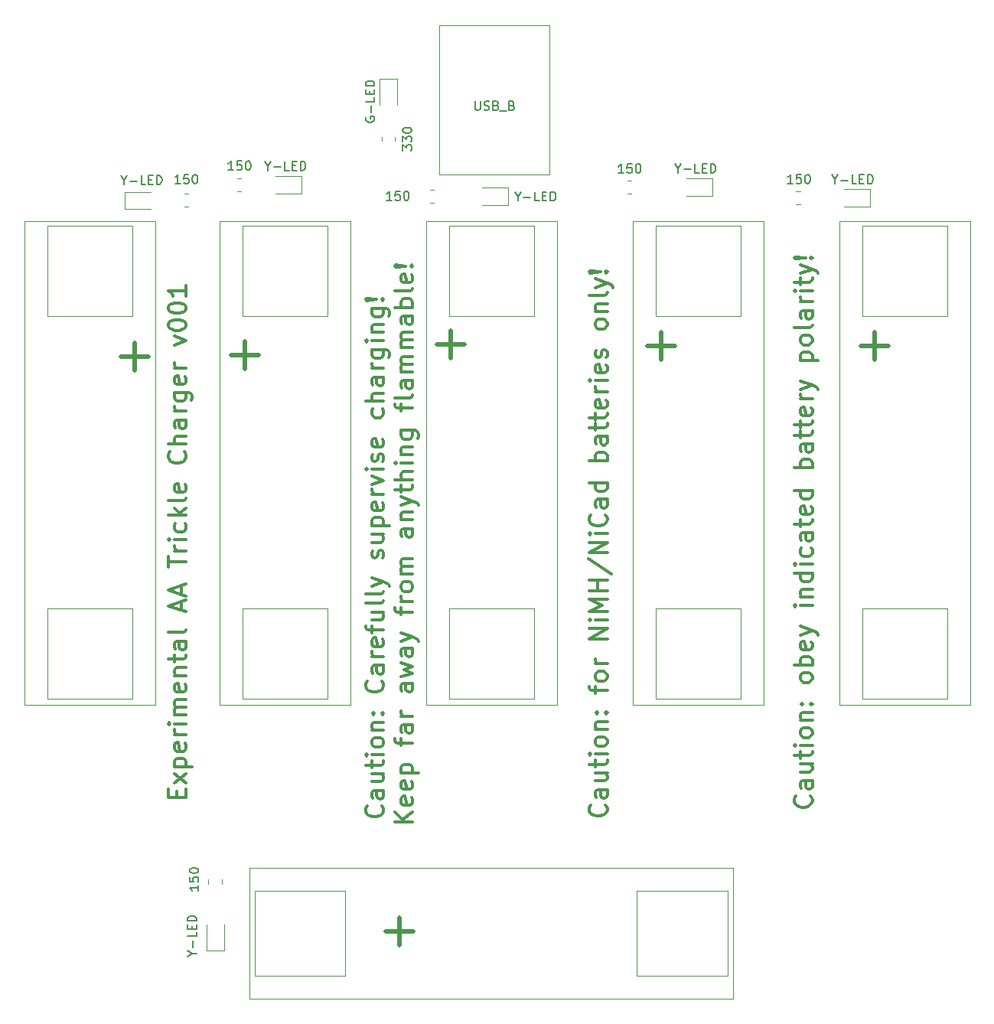
<source format=gbr>
%TF.GenerationSoftware,KiCad,Pcbnew,6.0.6-3a73a75311~116~ubuntu20.04.1*%
%TF.CreationDate,2022-06-26T16:51:51-05:00*%
%TF.ProjectId,BigClive_AA_Battery_Trickle_Charger_v000,42696743-6c69-4766-955f-41415f426174,rev?*%
%TF.SameCoordinates,Original*%
%TF.FileFunction,Legend,Top*%
%TF.FilePolarity,Positive*%
%FSLAX46Y46*%
G04 Gerber Fmt 4.6, Leading zero omitted, Abs format (unit mm)*
G04 Created by KiCad (PCBNEW 6.0.6-3a73a75311~116~ubuntu20.04.1) date 2022-06-26 16:51:51*
%MOMM*%
%LPD*%
G01*
G04 APERTURE LIST*
%ADD10C,0.500000*%
%ADD11C,0.300000*%
%ADD12C,0.150000*%
%ADD13C,0.120000*%
G04 APERTURE END LIST*
D10*
X160326190Y-67905714D02*
X163373809Y-67905714D01*
X161850000Y-69429523D02*
X161850000Y-66381904D01*
X137576190Y-69065714D02*
X140623809Y-69065714D01*
X139100000Y-70589523D02*
X139100000Y-67541904D01*
X207284190Y-68087714D02*
X210331809Y-68087714D01*
X208808000Y-69611523D02*
X208808000Y-66563904D01*
X125366190Y-69295714D02*
X128413809Y-69295714D01*
X126890000Y-70819523D02*
X126890000Y-67771904D01*
D11*
X201694285Y-117860476D02*
X201789523Y-117955714D01*
X201884761Y-118241428D01*
X201884761Y-118431904D01*
X201789523Y-118717619D01*
X201599047Y-118908095D01*
X201408571Y-119003333D01*
X201027619Y-119098571D01*
X200741904Y-119098571D01*
X200360952Y-119003333D01*
X200170476Y-118908095D01*
X199980000Y-118717619D01*
X199884761Y-118431904D01*
X199884761Y-118241428D01*
X199980000Y-117955714D01*
X200075238Y-117860476D01*
X201884761Y-116146190D02*
X200837142Y-116146190D01*
X200646666Y-116241428D01*
X200551428Y-116431904D01*
X200551428Y-116812857D01*
X200646666Y-117003333D01*
X201789523Y-116146190D02*
X201884761Y-116336666D01*
X201884761Y-116812857D01*
X201789523Y-117003333D01*
X201599047Y-117098571D01*
X201408571Y-117098571D01*
X201218095Y-117003333D01*
X201122857Y-116812857D01*
X201122857Y-116336666D01*
X201027619Y-116146190D01*
X200551428Y-114336666D02*
X201884761Y-114336666D01*
X200551428Y-115193809D02*
X201599047Y-115193809D01*
X201789523Y-115098571D01*
X201884761Y-114908095D01*
X201884761Y-114622380D01*
X201789523Y-114431904D01*
X201694285Y-114336666D01*
X200551428Y-113670000D02*
X200551428Y-112908095D01*
X199884761Y-113384285D02*
X201599047Y-113384285D01*
X201789523Y-113289047D01*
X201884761Y-113098571D01*
X201884761Y-112908095D01*
X201884761Y-112241428D02*
X200551428Y-112241428D01*
X199884761Y-112241428D02*
X199980000Y-112336666D01*
X200075238Y-112241428D01*
X199980000Y-112146190D01*
X199884761Y-112241428D01*
X200075238Y-112241428D01*
X201884761Y-111003333D02*
X201789523Y-111193809D01*
X201694285Y-111289047D01*
X201503809Y-111384285D01*
X200932380Y-111384285D01*
X200741904Y-111289047D01*
X200646666Y-111193809D01*
X200551428Y-111003333D01*
X200551428Y-110717619D01*
X200646666Y-110527142D01*
X200741904Y-110431904D01*
X200932380Y-110336666D01*
X201503809Y-110336666D01*
X201694285Y-110431904D01*
X201789523Y-110527142D01*
X201884761Y-110717619D01*
X201884761Y-111003333D01*
X200551428Y-109479523D02*
X201884761Y-109479523D01*
X200741904Y-109479523D02*
X200646666Y-109384285D01*
X200551428Y-109193809D01*
X200551428Y-108908095D01*
X200646666Y-108717619D01*
X200837142Y-108622380D01*
X201884761Y-108622380D01*
X201694285Y-107670000D02*
X201789523Y-107574761D01*
X201884761Y-107670000D01*
X201789523Y-107765238D01*
X201694285Y-107670000D01*
X201884761Y-107670000D01*
X200646666Y-107670000D02*
X200741904Y-107574761D01*
X200837142Y-107670000D01*
X200741904Y-107765238D01*
X200646666Y-107670000D01*
X200837142Y-107670000D01*
X201884761Y-104908095D02*
X201789523Y-105098571D01*
X201694285Y-105193809D01*
X201503809Y-105289047D01*
X200932380Y-105289047D01*
X200741904Y-105193809D01*
X200646666Y-105098571D01*
X200551428Y-104908095D01*
X200551428Y-104622380D01*
X200646666Y-104431904D01*
X200741904Y-104336666D01*
X200932380Y-104241428D01*
X201503809Y-104241428D01*
X201694285Y-104336666D01*
X201789523Y-104431904D01*
X201884761Y-104622380D01*
X201884761Y-104908095D01*
X201884761Y-103384285D02*
X199884761Y-103384285D01*
X200646666Y-103384285D02*
X200551428Y-103193809D01*
X200551428Y-102812857D01*
X200646666Y-102622380D01*
X200741904Y-102527142D01*
X200932380Y-102431904D01*
X201503809Y-102431904D01*
X201694285Y-102527142D01*
X201789523Y-102622380D01*
X201884761Y-102812857D01*
X201884761Y-103193809D01*
X201789523Y-103384285D01*
X201789523Y-100812857D02*
X201884761Y-101003333D01*
X201884761Y-101384285D01*
X201789523Y-101574761D01*
X201599047Y-101670000D01*
X200837142Y-101670000D01*
X200646666Y-101574761D01*
X200551428Y-101384285D01*
X200551428Y-101003333D01*
X200646666Y-100812857D01*
X200837142Y-100717619D01*
X201027619Y-100717619D01*
X201218095Y-101670000D01*
X200551428Y-100050952D02*
X201884761Y-99574761D01*
X200551428Y-99098571D02*
X201884761Y-99574761D01*
X202360952Y-99765238D01*
X202456190Y-99860476D01*
X202551428Y-100050952D01*
X201884761Y-96812857D02*
X200551428Y-96812857D01*
X199884761Y-96812857D02*
X199980000Y-96908095D01*
X200075238Y-96812857D01*
X199980000Y-96717619D01*
X199884761Y-96812857D01*
X200075238Y-96812857D01*
X200551428Y-95860476D02*
X201884761Y-95860476D01*
X200741904Y-95860476D02*
X200646666Y-95765238D01*
X200551428Y-95574761D01*
X200551428Y-95289047D01*
X200646666Y-95098571D01*
X200837142Y-95003333D01*
X201884761Y-95003333D01*
X201884761Y-93193809D02*
X199884761Y-93193809D01*
X201789523Y-93193809D02*
X201884761Y-93384285D01*
X201884761Y-93765238D01*
X201789523Y-93955714D01*
X201694285Y-94050952D01*
X201503809Y-94146190D01*
X200932380Y-94146190D01*
X200741904Y-94050952D01*
X200646666Y-93955714D01*
X200551428Y-93765238D01*
X200551428Y-93384285D01*
X200646666Y-93193809D01*
X201884761Y-92241428D02*
X200551428Y-92241428D01*
X199884761Y-92241428D02*
X199980000Y-92336666D01*
X200075238Y-92241428D01*
X199980000Y-92146190D01*
X199884761Y-92241428D01*
X200075238Y-92241428D01*
X201789523Y-90431904D02*
X201884761Y-90622380D01*
X201884761Y-91003333D01*
X201789523Y-91193809D01*
X201694285Y-91289047D01*
X201503809Y-91384285D01*
X200932380Y-91384285D01*
X200741904Y-91289047D01*
X200646666Y-91193809D01*
X200551428Y-91003333D01*
X200551428Y-90622380D01*
X200646666Y-90431904D01*
X201884761Y-88717619D02*
X200837142Y-88717619D01*
X200646666Y-88812857D01*
X200551428Y-89003333D01*
X200551428Y-89384285D01*
X200646666Y-89574761D01*
X201789523Y-88717619D02*
X201884761Y-88908095D01*
X201884761Y-89384285D01*
X201789523Y-89574761D01*
X201599047Y-89670000D01*
X201408571Y-89670000D01*
X201218095Y-89574761D01*
X201122857Y-89384285D01*
X201122857Y-88908095D01*
X201027619Y-88717619D01*
X200551428Y-88050952D02*
X200551428Y-87289047D01*
X199884761Y-87765238D02*
X201599047Y-87765238D01*
X201789523Y-87670000D01*
X201884761Y-87479523D01*
X201884761Y-87289047D01*
X201789523Y-85860476D02*
X201884761Y-86050952D01*
X201884761Y-86431904D01*
X201789523Y-86622380D01*
X201599047Y-86717619D01*
X200837142Y-86717619D01*
X200646666Y-86622380D01*
X200551428Y-86431904D01*
X200551428Y-86050952D01*
X200646666Y-85860476D01*
X200837142Y-85765238D01*
X201027619Y-85765238D01*
X201218095Y-86717619D01*
X201884761Y-84050952D02*
X199884761Y-84050952D01*
X201789523Y-84050952D02*
X201884761Y-84241428D01*
X201884761Y-84622380D01*
X201789523Y-84812857D01*
X201694285Y-84908095D01*
X201503809Y-85003333D01*
X200932380Y-85003333D01*
X200741904Y-84908095D01*
X200646666Y-84812857D01*
X200551428Y-84622380D01*
X200551428Y-84241428D01*
X200646666Y-84050952D01*
X201884761Y-81574761D02*
X199884761Y-81574761D01*
X200646666Y-81574761D02*
X200551428Y-81384285D01*
X200551428Y-81003333D01*
X200646666Y-80812857D01*
X200741904Y-80717619D01*
X200932380Y-80622380D01*
X201503809Y-80622380D01*
X201694285Y-80717619D01*
X201789523Y-80812857D01*
X201884761Y-81003333D01*
X201884761Y-81384285D01*
X201789523Y-81574761D01*
X201884761Y-78908095D02*
X200837142Y-78908095D01*
X200646666Y-79003333D01*
X200551428Y-79193809D01*
X200551428Y-79574761D01*
X200646666Y-79765238D01*
X201789523Y-78908095D02*
X201884761Y-79098571D01*
X201884761Y-79574761D01*
X201789523Y-79765238D01*
X201599047Y-79860476D01*
X201408571Y-79860476D01*
X201218095Y-79765238D01*
X201122857Y-79574761D01*
X201122857Y-79098571D01*
X201027619Y-78908095D01*
X200551428Y-78241428D02*
X200551428Y-77479523D01*
X199884761Y-77955714D02*
X201599047Y-77955714D01*
X201789523Y-77860476D01*
X201884761Y-77670000D01*
X201884761Y-77479523D01*
X200551428Y-77098571D02*
X200551428Y-76336666D01*
X199884761Y-76812857D02*
X201599047Y-76812857D01*
X201789523Y-76717619D01*
X201884761Y-76527142D01*
X201884761Y-76336666D01*
X201789523Y-74908095D02*
X201884761Y-75098571D01*
X201884761Y-75479523D01*
X201789523Y-75670000D01*
X201599047Y-75765238D01*
X200837142Y-75765238D01*
X200646666Y-75670000D01*
X200551428Y-75479523D01*
X200551428Y-75098571D01*
X200646666Y-74908095D01*
X200837142Y-74812857D01*
X201027619Y-74812857D01*
X201218095Y-75765238D01*
X201884761Y-73955714D02*
X200551428Y-73955714D01*
X200932380Y-73955714D02*
X200741904Y-73860476D01*
X200646666Y-73765238D01*
X200551428Y-73574761D01*
X200551428Y-73384285D01*
X200551428Y-72908095D02*
X201884761Y-72431904D01*
X200551428Y-71955714D02*
X201884761Y-72431904D01*
X202360952Y-72622380D01*
X202456190Y-72717619D01*
X202551428Y-72908095D01*
X200551428Y-69670000D02*
X202551428Y-69670000D01*
X200646666Y-69670000D02*
X200551428Y-69479523D01*
X200551428Y-69098571D01*
X200646666Y-68908095D01*
X200741904Y-68812857D01*
X200932380Y-68717619D01*
X201503809Y-68717619D01*
X201694285Y-68812857D01*
X201789523Y-68908095D01*
X201884761Y-69098571D01*
X201884761Y-69479523D01*
X201789523Y-69670000D01*
X201884761Y-67574761D02*
X201789523Y-67765238D01*
X201694285Y-67860476D01*
X201503809Y-67955714D01*
X200932380Y-67955714D01*
X200741904Y-67860476D01*
X200646666Y-67765238D01*
X200551428Y-67574761D01*
X200551428Y-67289047D01*
X200646666Y-67098571D01*
X200741904Y-67003333D01*
X200932380Y-66908095D01*
X201503809Y-66908095D01*
X201694285Y-67003333D01*
X201789523Y-67098571D01*
X201884761Y-67289047D01*
X201884761Y-67574761D01*
X201884761Y-65765238D02*
X201789523Y-65955714D01*
X201599047Y-66050952D01*
X199884761Y-66050952D01*
X201884761Y-64146190D02*
X200837142Y-64146190D01*
X200646666Y-64241428D01*
X200551428Y-64431904D01*
X200551428Y-64812857D01*
X200646666Y-65003333D01*
X201789523Y-64146190D02*
X201884761Y-64336666D01*
X201884761Y-64812857D01*
X201789523Y-65003333D01*
X201599047Y-65098571D01*
X201408571Y-65098571D01*
X201218095Y-65003333D01*
X201122857Y-64812857D01*
X201122857Y-64336666D01*
X201027619Y-64146190D01*
X201884761Y-63193809D02*
X200551428Y-63193809D01*
X200932380Y-63193809D02*
X200741904Y-63098571D01*
X200646666Y-63003333D01*
X200551428Y-62812857D01*
X200551428Y-62622380D01*
X201884761Y-61955714D02*
X200551428Y-61955714D01*
X199884761Y-61955714D02*
X199980000Y-62050952D01*
X200075238Y-61955714D01*
X199980000Y-61860476D01*
X199884761Y-61955714D01*
X200075238Y-61955714D01*
X200551428Y-61289047D02*
X200551428Y-60527142D01*
X199884761Y-61003333D02*
X201599047Y-61003333D01*
X201789523Y-60908095D01*
X201884761Y-60717619D01*
X201884761Y-60527142D01*
X200551428Y-60050952D02*
X201884761Y-59574761D01*
X200551428Y-59098571D02*
X201884761Y-59574761D01*
X202360952Y-59765238D01*
X202456190Y-59860476D01*
X202551428Y-60050952D01*
X201694285Y-58336666D02*
X201789523Y-58241428D01*
X201884761Y-58336666D01*
X201789523Y-58431904D01*
X201694285Y-58336666D01*
X201884761Y-58336666D01*
X201122857Y-58336666D02*
X199980000Y-58431904D01*
X199884761Y-58336666D01*
X199980000Y-58241428D01*
X201122857Y-58336666D01*
X199884761Y-58336666D01*
D10*
X154706190Y-132857714D02*
X157753809Y-132857714D01*
X156230000Y-134381523D02*
X156230000Y-131333904D01*
D11*
X179004285Y-118854761D02*
X179099523Y-118950000D01*
X179194761Y-119235714D01*
X179194761Y-119426190D01*
X179099523Y-119711904D01*
X178909047Y-119902380D01*
X178718571Y-119997619D01*
X178337619Y-120092857D01*
X178051904Y-120092857D01*
X177670952Y-119997619D01*
X177480476Y-119902380D01*
X177290000Y-119711904D01*
X177194761Y-119426190D01*
X177194761Y-119235714D01*
X177290000Y-118950000D01*
X177385238Y-118854761D01*
X179194761Y-117140476D02*
X178147142Y-117140476D01*
X177956666Y-117235714D01*
X177861428Y-117426190D01*
X177861428Y-117807142D01*
X177956666Y-117997619D01*
X179099523Y-117140476D02*
X179194761Y-117330952D01*
X179194761Y-117807142D01*
X179099523Y-117997619D01*
X178909047Y-118092857D01*
X178718571Y-118092857D01*
X178528095Y-117997619D01*
X178432857Y-117807142D01*
X178432857Y-117330952D01*
X178337619Y-117140476D01*
X177861428Y-115330952D02*
X179194761Y-115330952D01*
X177861428Y-116188095D02*
X178909047Y-116188095D01*
X179099523Y-116092857D01*
X179194761Y-115902380D01*
X179194761Y-115616666D01*
X179099523Y-115426190D01*
X179004285Y-115330952D01*
X177861428Y-114664285D02*
X177861428Y-113902380D01*
X177194761Y-114378571D02*
X178909047Y-114378571D01*
X179099523Y-114283333D01*
X179194761Y-114092857D01*
X179194761Y-113902380D01*
X179194761Y-113235714D02*
X177861428Y-113235714D01*
X177194761Y-113235714D02*
X177290000Y-113330952D01*
X177385238Y-113235714D01*
X177290000Y-113140476D01*
X177194761Y-113235714D01*
X177385238Y-113235714D01*
X179194761Y-111997619D02*
X179099523Y-112188095D01*
X179004285Y-112283333D01*
X178813809Y-112378571D01*
X178242380Y-112378571D01*
X178051904Y-112283333D01*
X177956666Y-112188095D01*
X177861428Y-111997619D01*
X177861428Y-111711904D01*
X177956666Y-111521428D01*
X178051904Y-111426190D01*
X178242380Y-111330952D01*
X178813809Y-111330952D01*
X179004285Y-111426190D01*
X179099523Y-111521428D01*
X179194761Y-111711904D01*
X179194761Y-111997619D01*
X177861428Y-110473809D02*
X179194761Y-110473809D01*
X178051904Y-110473809D02*
X177956666Y-110378571D01*
X177861428Y-110188095D01*
X177861428Y-109902380D01*
X177956666Y-109711904D01*
X178147142Y-109616666D01*
X179194761Y-109616666D01*
X179004285Y-108664285D02*
X179099523Y-108569047D01*
X179194761Y-108664285D01*
X179099523Y-108759523D01*
X179004285Y-108664285D01*
X179194761Y-108664285D01*
X177956666Y-108664285D02*
X178051904Y-108569047D01*
X178147142Y-108664285D01*
X178051904Y-108759523D01*
X177956666Y-108664285D01*
X178147142Y-108664285D01*
X177861428Y-106473809D02*
X177861428Y-105711904D01*
X179194761Y-106188095D02*
X177480476Y-106188095D01*
X177290000Y-106092857D01*
X177194761Y-105902380D01*
X177194761Y-105711904D01*
X179194761Y-104759523D02*
X179099523Y-104950000D01*
X179004285Y-105045238D01*
X178813809Y-105140476D01*
X178242380Y-105140476D01*
X178051904Y-105045238D01*
X177956666Y-104950000D01*
X177861428Y-104759523D01*
X177861428Y-104473809D01*
X177956666Y-104283333D01*
X178051904Y-104188095D01*
X178242380Y-104092857D01*
X178813809Y-104092857D01*
X179004285Y-104188095D01*
X179099523Y-104283333D01*
X179194761Y-104473809D01*
X179194761Y-104759523D01*
X179194761Y-103235714D02*
X177861428Y-103235714D01*
X178242380Y-103235714D02*
X178051904Y-103140476D01*
X177956666Y-103045238D01*
X177861428Y-102854761D01*
X177861428Y-102664285D01*
X179194761Y-100473809D02*
X177194761Y-100473809D01*
X179194761Y-99330952D01*
X177194761Y-99330952D01*
X179194761Y-98378571D02*
X177861428Y-98378571D01*
X177194761Y-98378571D02*
X177290000Y-98473809D01*
X177385238Y-98378571D01*
X177290000Y-98283333D01*
X177194761Y-98378571D01*
X177385238Y-98378571D01*
X179194761Y-97426190D02*
X177194761Y-97426190D01*
X178623333Y-96759523D01*
X177194761Y-96092857D01*
X179194761Y-96092857D01*
X179194761Y-95140476D02*
X177194761Y-95140476D01*
X178147142Y-95140476D02*
X178147142Y-93997619D01*
X179194761Y-93997619D02*
X177194761Y-93997619D01*
X177099523Y-91616666D02*
X179670952Y-93330952D01*
X179194761Y-90950000D02*
X177194761Y-90950000D01*
X179194761Y-89807142D01*
X177194761Y-89807142D01*
X179194761Y-88854761D02*
X177861428Y-88854761D01*
X177194761Y-88854761D02*
X177290000Y-88950000D01*
X177385238Y-88854761D01*
X177290000Y-88759523D01*
X177194761Y-88854761D01*
X177385238Y-88854761D01*
X179004285Y-86759523D02*
X179099523Y-86854761D01*
X179194761Y-87140476D01*
X179194761Y-87330952D01*
X179099523Y-87616666D01*
X178909047Y-87807142D01*
X178718571Y-87902380D01*
X178337619Y-87997619D01*
X178051904Y-87997619D01*
X177670952Y-87902380D01*
X177480476Y-87807142D01*
X177290000Y-87616666D01*
X177194761Y-87330952D01*
X177194761Y-87140476D01*
X177290000Y-86854761D01*
X177385238Y-86759523D01*
X179194761Y-85045238D02*
X178147142Y-85045238D01*
X177956666Y-85140476D01*
X177861428Y-85330952D01*
X177861428Y-85711904D01*
X177956666Y-85902380D01*
X179099523Y-85045238D02*
X179194761Y-85235714D01*
X179194761Y-85711904D01*
X179099523Y-85902380D01*
X178909047Y-85997619D01*
X178718571Y-85997619D01*
X178528095Y-85902380D01*
X178432857Y-85711904D01*
X178432857Y-85235714D01*
X178337619Y-85045238D01*
X179194761Y-83235714D02*
X177194761Y-83235714D01*
X179099523Y-83235714D02*
X179194761Y-83426190D01*
X179194761Y-83807142D01*
X179099523Y-83997619D01*
X179004285Y-84092857D01*
X178813809Y-84188095D01*
X178242380Y-84188095D01*
X178051904Y-84092857D01*
X177956666Y-83997619D01*
X177861428Y-83807142D01*
X177861428Y-83426190D01*
X177956666Y-83235714D01*
X179194761Y-80759523D02*
X177194761Y-80759523D01*
X177956666Y-80759523D02*
X177861428Y-80569047D01*
X177861428Y-80188095D01*
X177956666Y-79997619D01*
X178051904Y-79902380D01*
X178242380Y-79807142D01*
X178813809Y-79807142D01*
X179004285Y-79902380D01*
X179099523Y-79997619D01*
X179194761Y-80188095D01*
X179194761Y-80569047D01*
X179099523Y-80759523D01*
X179194761Y-78092857D02*
X178147142Y-78092857D01*
X177956666Y-78188095D01*
X177861428Y-78378571D01*
X177861428Y-78759523D01*
X177956666Y-78950000D01*
X179099523Y-78092857D02*
X179194761Y-78283333D01*
X179194761Y-78759523D01*
X179099523Y-78950000D01*
X178909047Y-79045238D01*
X178718571Y-79045238D01*
X178528095Y-78950000D01*
X178432857Y-78759523D01*
X178432857Y-78283333D01*
X178337619Y-78092857D01*
X177861428Y-77426190D02*
X177861428Y-76664285D01*
X177194761Y-77140476D02*
X178909047Y-77140476D01*
X179099523Y-77045238D01*
X179194761Y-76854761D01*
X179194761Y-76664285D01*
X177861428Y-76283333D02*
X177861428Y-75521428D01*
X177194761Y-75997619D02*
X178909047Y-75997619D01*
X179099523Y-75902380D01*
X179194761Y-75711904D01*
X179194761Y-75521428D01*
X179099523Y-74092857D02*
X179194761Y-74283333D01*
X179194761Y-74664285D01*
X179099523Y-74854761D01*
X178909047Y-74950000D01*
X178147142Y-74950000D01*
X177956666Y-74854761D01*
X177861428Y-74664285D01*
X177861428Y-74283333D01*
X177956666Y-74092857D01*
X178147142Y-73997619D01*
X178337619Y-73997619D01*
X178528095Y-74950000D01*
X179194761Y-73140476D02*
X177861428Y-73140476D01*
X178242380Y-73140476D02*
X178051904Y-73045238D01*
X177956666Y-72950000D01*
X177861428Y-72759523D01*
X177861428Y-72569047D01*
X179194761Y-71902380D02*
X177861428Y-71902380D01*
X177194761Y-71902380D02*
X177290000Y-71997619D01*
X177385238Y-71902380D01*
X177290000Y-71807142D01*
X177194761Y-71902380D01*
X177385238Y-71902380D01*
X179099523Y-70188095D02*
X179194761Y-70378571D01*
X179194761Y-70759523D01*
X179099523Y-70950000D01*
X178909047Y-71045238D01*
X178147142Y-71045238D01*
X177956666Y-70950000D01*
X177861428Y-70759523D01*
X177861428Y-70378571D01*
X177956666Y-70188095D01*
X178147142Y-70092857D01*
X178337619Y-70092857D01*
X178528095Y-71045238D01*
X179099523Y-69330952D02*
X179194761Y-69140476D01*
X179194761Y-68759523D01*
X179099523Y-68569047D01*
X178909047Y-68473809D01*
X178813809Y-68473809D01*
X178623333Y-68569047D01*
X178528095Y-68759523D01*
X178528095Y-69045238D01*
X178432857Y-69235714D01*
X178242380Y-69330952D01*
X178147142Y-69330952D01*
X177956666Y-69235714D01*
X177861428Y-69045238D01*
X177861428Y-68759523D01*
X177956666Y-68569047D01*
X179194761Y-65807142D02*
X179099523Y-65997619D01*
X179004285Y-66092857D01*
X178813809Y-66188095D01*
X178242380Y-66188095D01*
X178051904Y-66092857D01*
X177956666Y-65997619D01*
X177861428Y-65807142D01*
X177861428Y-65521428D01*
X177956666Y-65330952D01*
X178051904Y-65235714D01*
X178242380Y-65140476D01*
X178813809Y-65140476D01*
X179004285Y-65235714D01*
X179099523Y-65330952D01*
X179194761Y-65521428D01*
X179194761Y-65807142D01*
X177861428Y-64283333D02*
X179194761Y-64283333D01*
X178051904Y-64283333D02*
X177956666Y-64188095D01*
X177861428Y-63997619D01*
X177861428Y-63711904D01*
X177956666Y-63521428D01*
X178147142Y-63426190D01*
X179194761Y-63426190D01*
X179194761Y-62188095D02*
X179099523Y-62378571D01*
X178909047Y-62473809D01*
X177194761Y-62473809D01*
X177861428Y-61616666D02*
X179194761Y-61140476D01*
X177861428Y-60664285D02*
X179194761Y-61140476D01*
X179670952Y-61330952D01*
X179766190Y-61426190D01*
X179861428Y-61616666D01*
X179004285Y-59902380D02*
X179099523Y-59807142D01*
X179194761Y-59902380D01*
X179099523Y-59997619D01*
X179004285Y-59902380D01*
X179194761Y-59902380D01*
X178432857Y-59902380D02*
X177290000Y-59997619D01*
X177194761Y-59902380D01*
X177290000Y-59807142D01*
X178432857Y-59902380D01*
X177194761Y-59902380D01*
X131567142Y-118055714D02*
X131567142Y-117389047D01*
X132614761Y-117103333D02*
X132614761Y-118055714D01*
X130614761Y-118055714D01*
X130614761Y-117103333D01*
X132614761Y-116436666D02*
X131281428Y-115389047D01*
X131281428Y-116436666D02*
X132614761Y-115389047D01*
X131281428Y-114627142D02*
X133281428Y-114627142D01*
X131376666Y-114627142D02*
X131281428Y-114436666D01*
X131281428Y-114055714D01*
X131376666Y-113865238D01*
X131471904Y-113770000D01*
X131662380Y-113674761D01*
X132233809Y-113674761D01*
X132424285Y-113770000D01*
X132519523Y-113865238D01*
X132614761Y-114055714D01*
X132614761Y-114436666D01*
X132519523Y-114627142D01*
X132519523Y-112055714D02*
X132614761Y-112246190D01*
X132614761Y-112627142D01*
X132519523Y-112817619D01*
X132329047Y-112912857D01*
X131567142Y-112912857D01*
X131376666Y-112817619D01*
X131281428Y-112627142D01*
X131281428Y-112246190D01*
X131376666Y-112055714D01*
X131567142Y-111960476D01*
X131757619Y-111960476D01*
X131948095Y-112912857D01*
X132614761Y-111103333D02*
X131281428Y-111103333D01*
X131662380Y-111103333D02*
X131471904Y-111008095D01*
X131376666Y-110912857D01*
X131281428Y-110722380D01*
X131281428Y-110531904D01*
X132614761Y-109865238D02*
X131281428Y-109865238D01*
X130614761Y-109865238D02*
X130710000Y-109960476D01*
X130805238Y-109865238D01*
X130710000Y-109770000D01*
X130614761Y-109865238D01*
X130805238Y-109865238D01*
X132614761Y-108912857D02*
X131281428Y-108912857D01*
X131471904Y-108912857D02*
X131376666Y-108817619D01*
X131281428Y-108627142D01*
X131281428Y-108341428D01*
X131376666Y-108150952D01*
X131567142Y-108055714D01*
X132614761Y-108055714D01*
X131567142Y-108055714D02*
X131376666Y-107960476D01*
X131281428Y-107770000D01*
X131281428Y-107484285D01*
X131376666Y-107293809D01*
X131567142Y-107198571D01*
X132614761Y-107198571D01*
X132519523Y-105484285D02*
X132614761Y-105674761D01*
X132614761Y-106055714D01*
X132519523Y-106246190D01*
X132329047Y-106341428D01*
X131567142Y-106341428D01*
X131376666Y-106246190D01*
X131281428Y-106055714D01*
X131281428Y-105674761D01*
X131376666Y-105484285D01*
X131567142Y-105389047D01*
X131757619Y-105389047D01*
X131948095Y-106341428D01*
X131281428Y-104531904D02*
X132614761Y-104531904D01*
X131471904Y-104531904D02*
X131376666Y-104436666D01*
X131281428Y-104246190D01*
X131281428Y-103960476D01*
X131376666Y-103770000D01*
X131567142Y-103674761D01*
X132614761Y-103674761D01*
X131281428Y-103008095D02*
X131281428Y-102246190D01*
X130614761Y-102722380D02*
X132329047Y-102722380D01*
X132519523Y-102627142D01*
X132614761Y-102436666D01*
X132614761Y-102246190D01*
X132614761Y-100722380D02*
X131567142Y-100722380D01*
X131376666Y-100817619D01*
X131281428Y-101008095D01*
X131281428Y-101389047D01*
X131376666Y-101579523D01*
X132519523Y-100722380D02*
X132614761Y-100912857D01*
X132614761Y-101389047D01*
X132519523Y-101579523D01*
X132329047Y-101674761D01*
X132138571Y-101674761D01*
X131948095Y-101579523D01*
X131852857Y-101389047D01*
X131852857Y-100912857D01*
X131757619Y-100722380D01*
X132614761Y-99484285D02*
X132519523Y-99674761D01*
X132329047Y-99770000D01*
X130614761Y-99770000D01*
X132043333Y-97293809D02*
X132043333Y-96341428D01*
X132614761Y-97484285D02*
X130614761Y-96817619D01*
X132614761Y-96150952D01*
X132043333Y-95579523D02*
X132043333Y-94627142D01*
X132614761Y-95770000D02*
X130614761Y-95103333D01*
X132614761Y-94436666D01*
X130614761Y-92531904D02*
X130614761Y-91389047D01*
X132614761Y-91960476D02*
X130614761Y-91960476D01*
X132614761Y-90722380D02*
X131281428Y-90722380D01*
X131662380Y-90722380D02*
X131471904Y-90627142D01*
X131376666Y-90531904D01*
X131281428Y-90341428D01*
X131281428Y-90150952D01*
X132614761Y-89484285D02*
X131281428Y-89484285D01*
X130614761Y-89484285D02*
X130710000Y-89579523D01*
X130805238Y-89484285D01*
X130710000Y-89389047D01*
X130614761Y-89484285D01*
X130805238Y-89484285D01*
X132519523Y-87674761D02*
X132614761Y-87865238D01*
X132614761Y-88246190D01*
X132519523Y-88436666D01*
X132424285Y-88531904D01*
X132233809Y-88627142D01*
X131662380Y-88627142D01*
X131471904Y-88531904D01*
X131376666Y-88436666D01*
X131281428Y-88246190D01*
X131281428Y-87865238D01*
X131376666Y-87674761D01*
X132614761Y-86817619D02*
X130614761Y-86817619D01*
X131852857Y-86627142D02*
X132614761Y-86055714D01*
X131281428Y-86055714D02*
X132043333Y-86817619D01*
X132614761Y-84912857D02*
X132519523Y-85103333D01*
X132329047Y-85198571D01*
X130614761Y-85198571D01*
X132519523Y-83389047D02*
X132614761Y-83579523D01*
X132614761Y-83960476D01*
X132519523Y-84150952D01*
X132329047Y-84246190D01*
X131567142Y-84246190D01*
X131376666Y-84150952D01*
X131281428Y-83960476D01*
X131281428Y-83579523D01*
X131376666Y-83389047D01*
X131567142Y-83293809D01*
X131757619Y-83293809D01*
X131948095Y-84246190D01*
X132424285Y-79770000D02*
X132519523Y-79865238D01*
X132614761Y-80150952D01*
X132614761Y-80341428D01*
X132519523Y-80627142D01*
X132329047Y-80817619D01*
X132138571Y-80912857D01*
X131757619Y-81008095D01*
X131471904Y-81008095D01*
X131090952Y-80912857D01*
X130900476Y-80817619D01*
X130710000Y-80627142D01*
X130614761Y-80341428D01*
X130614761Y-80150952D01*
X130710000Y-79865238D01*
X130805238Y-79770000D01*
X132614761Y-78912857D02*
X130614761Y-78912857D01*
X132614761Y-78055714D02*
X131567142Y-78055714D01*
X131376666Y-78150952D01*
X131281428Y-78341428D01*
X131281428Y-78627142D01*
X131376666Y-78817619D01*
X131471904Y-78912857D01*
X132614761Y-76246190D02*
X131567142Y-76246190D01*
X131376666Y-76341428D01*
X131281428Y-76531904D01*
X131281428Y-76912857D01*
X131376666Y-77103333D01*
X132519523Y-76246190D02*
X132614761Y-76436666D01*
X132614761Y-76912857D01*
X132519523Y-77103333D01*
X132329047Y-77198571D01*
X132138571Y-77198571D01*
X131948095Y-77103333D01*
X131852857Y-76912857D01*
X131852857Y-76436666D01*
X131757619Y-76246190D01*
X132614761Y-75293809D02*
X131281428Y-75293809D01*
X131662380Y-75293809D02*
X131471904Y-75198571D01*
X131376666Y-75103333D01*
X131281428Y-74912857D01*
X131281428Y-74722380D01*
X131281428Y-73198571D02*
X132900476Y-73198571D01*
X133090952Y-73293809D01*
X133186190Y-73389047D01*
X133281428Y-73579523D01*
X133281428Y-73865238D01*
X133186190Y-74055714D01*
X132519523Y-73198571D02*
X132614761Y-73389047D01*
X132614761Y-73770000D01*
X132519523Y-73960476D01*
X132424285Y-74055714D01*
X132233809Y-74150952D01*
X131662380Y-74150952D01*
X131471904Y-74055714D01*
X131376666Y-73960476D01*
X131281428Y-73770000D01*
X131281428Y-73389047D01*
X131376666Y-73198571D01*
X132519523Y-71484285D02*
X132614761Y-71674761D01*
X132614761Y-72055714D01*
X132519523Y-72246190D01*
X132329047Y-72341428D01*
X131567142Y-72341428D01*
X131376666Y-72246190D01*
X131281428Y-72055714D01*
X131281428Y-71674761D01*
X131376666Y-71484285D01*
X131567142Y-71389047D01*
X131757619Y-71389047D01*
X131948095Y-72341428D01*
X132614761Y-70531904D02*
X131281428Y-70531904D01*
X131662380Y-70531904D02*
X131471904Y-70436666D01*
X131376666Y-70341428D01*
X131281428Y-70150952D01*
X131281428Y-69960476D01*
X131281428Y-67960476D02*
X132614761Y-67484285D01*
X131281428Y-67008095D01*
X130614761Y-65865238D02*
X130614761Y-65674761D01*
X130710000Y-65484285D01*
X130805238Y-65389047D01*
X130995714Y-65293809D01*
X131376666Y-65198571D01*
X131852857Y-65198571D01*
X132233809Y-65293809D01*
X132424285Y-65389047D01*
X132519523Y-65484285D01*
X132614761Y-65674761D01*
X132614761Y-65865238D01*
X132519523Y-66055714D01*
X132424285Y-66150952D01*
X132233809Y-66246190D01*
X131852857Y-66341428D01*
X131376666Y-66341428D01*
X130995714Y-66246190D01*
X130805238Y-66150952D01*
X130710000Y-66055714D01*
X130614761Y-65865238D01*
X130614761Y-63960476D02*
X130614761Y-63770000D01*
X130710000Y-63579523D01*
X130805238Y-63484285D01*
X130995714Y-63389047D01*
X131376666Y-63293809D01*
X131852857Y-63293809D01*
X132233809Y-63389047D01*
X132424285Y-63484285D01*
X132519523Y-63579523D01*
X132614761Y-63770000D01*
X132614761Y-63960476D01*
X132519523Y-64150952D01*
X132424285Y-64246190D01*
X132233809Y-64341428D01*
X131852857Y-64436666D01*
X131376666Y-64436666D01*
X130995714Y-64341428D01*
X130805238Y-64246190D01*
X130710000Y-64150952D01*
X130614761Y-63960476D01*
X132614761Y-61389047D02*
X132614761Y-62531904D01*
X132614761Y-61960476D02*
X130614761Y-61960476D01*
X130900476Y-62150952D01*
X131090952Y-62341428D01*
X131186190Y-62531904D01*
X154274285Y-118942380D02*
X154369523Y-119037619D01*
X154464761Y-119323333D01*
X154464761Y-119513809D01*
X154369523Y-119799523D01*
X154179047Y-119990000D01*
X153988571Y-120085238D01*
X153607619Y-120180476D01*
X153321904Y-120180476D01*
X152940952Y-120085238D01*
X152750476Y-119990000D01*
X152560000Y-119799523D01*
X152464761Y-119513809D01*
X152464761Y-119323333D01*
X152560000Y-119037619D01*
X152655238Y-118942380D01*
X154464761Y-117228095D02*
X153417142Y-117228095D01*
X153226666Y-117323333D01*
X153131428Y-117513809D01*
X153131428Y-117894761D01*
X153226666Y-118085238D01*
X154369523Y-117228095D02*
X154464761Y-117418571D01*
X154464761Y-117894761D01*
X154369523Y-118085238D01*
X154179047Y-118180476D01*
X153988571Y-118180476D01*
X153798095Y-118085238D01*
X153702857Y-117894761D01*
X153702857Y-117418571D01*
X153607619Y-117228095D01*
X153131428Y-115418571D02*
X154464761Y-115418571D01*
X153131428Y-116275714D02*
X154179047Y-116275714D01*
X154369523Y-116180476D01*
X154464761Y-115990000D01*
X154464761Y-115704285D01*
X154369523Y-115513809D01*
X154274285Y-115418571D01*
X153131428Y-114751904D02*
X153131428Y-113990000D01*
X152464761Y-114466190D02*
X154179047Y-114466190D01*
X154369523Y-114370952D01*
X154464761Y-114180476D01*
X154464761Y-113990000D01*
X154464761Y-113323333D02*
X153131428Y-113323333D01*
X152464761Y-113323333D02*
X152560000Y-113418571D01*
X152655238Y-113323333D01*
X152560000Y-113228095D01*
X152464761Y-113323333D01*
X152655238Y-113323333D01*
X154464761Y-112085238D02*
X154369523Y-112275714D01*
X154274285Y-112370952D01*
X154083809Y-112466190D01*
X153512380Y-112466190D01*
X153321904Y-112370952D01*
X153226666Y-112275714D01*
X153131428Y-112085238D01*
X153131428Y-111799523D01*
X153226666Y-111609047D01*
X153321904Y-111513809D01*
X153512380Y-111418571D01*
X154083809Y-111418571D01*
X154274285Y-111513809D01*
X154369523Y-111609047D01*
X154464761Y-111799523D01*
X154464761Y-112085238D01*
X153131428Y-110561428D02*
X154464761Y-110561428D01*
X153321904Y-110561428D02*
X153226666Y-110466190D01*
X153131428Y-110275714D01*
X153131428Y-109990000D01*
X153226666Y-109799523D01*
X153417142Y-109704285D01*
X154464761Y-109704285D01*
X154274285Y-108751904D02*
X154369523Y-108656666D01*
X154464761Y-108751904D01*
X154369523Y-108847142D01*
X154274285Y-108751904D01*
X154464761Y-108751904D01*
X153226666Y-108751904D02*
X153321904Y-108656666D01*
X153417142Y-108751904D01*
X153321904Y-108847142D01*
X153226666Y-108751904D01*
X153417142Y-108751904D01*
X154274285Y-105132857D02*
X154369523Y-105228095D01*
X154464761Y-105513809D01*
X154464761Y-105704285D01*
X154369523Y-105990000D01*
X154179047Y-106180476D01*
X153988571Y-106275714D01*
X153607619Y-106370952D01*
X153321904Y-106370952D01*
X152940952Y-106275714D01*
X152750476Y-106180476D01*
X152560000Y-105990000D01*
X152464761Y-105704285D01*
X152464761Y-105513809D01*
X152560000Y-105228095D01*
X152655238Y-105132857D01*
X154464761Y-103418571D02*
X153417142Y-103418571D01*
X153226666Y-103513809D01*
X153131428Y-103704285D01*
X153131428Y-104085238D01*
X153226666Y-104275714D01*
X154369523Y-103418571D02*
X154464761Y-103609047D01*
X154464761Y-104085238D01*
X154369523Y-104275714D01*
X154179047Y-104370952D01*
X153988571Y-104370952D01*
X153798095Y-104275714D01*
X153702857Y-104085238D01*
X153702857Y-103609047D01*
X153607619Y-103418571D01*
X154464761Y-102466190D02*
X153131428Y-102466190D01*
X153512380Y-102466190D02*
X153321904Y-102370952D01*
X153226666Y-102275714D01*
X153131428Y-102085238D01*
X153131428Y-101894761D01*
X154369523Y-100466190D02*
X154464761Y-100656666D01*
X154464761Y-101037619D01*
X154369523Y-101228095D01*
X154179047Y-101323333D01*
X153417142Y-101323333D01*
X153226666Y-101228095D01*
X153131428Y-101037619D01*
X153131428Y-100656666D01*
X153226666Y-100466190D01*
X153417142Y-100370952D01*
X153607619Y-100370952D01*
X153798095Y-101323333D01*
X153131428Y-99799523D02*
X153131428Y-99037619D01*
X154464761Y-99513809D02*
X152750476Y-99513809D01*
X152560000Y-99418571D01*
X152464761Y-99228095D01*
X152464761Y-99037619D01*
X153131428Y-97513809D02*
X154464761Y-97513809D01*
X153131428Y-98370952D02*
X154179047Y-98370952D01*
X154369523Y-98275714D01*
X154464761Y-98085238D01*
X154464761Y-97799523D01*
X154369523Y-97609047D01*
X154274285Y-97513809D01*
X154464761Y-96275714D02*
X154369523Y-96466190D01*
X154179047Y-96561428D01*
X152464761Y-96561428D01*
X154464761Y-95228095D02*
X154369523Y-95418571D01*
X154179047Y-95513809D01*
X152464761Y-95513809D01*
X153131428Y-94656666D02*
X154464761Y-94180476D01*
X153131428Y-93704285D02*
X154464761Y-94180476D01*
X154940952Y-94370952D01*
X155036190Y-94466190D01*
X155131428Y-94656666D01*
X154369523Y-91513809D02*
X154464761Y-91323333D01*
X154464761Y-90942380D01*
X154369523Y-90751904D01*
X154179047Y-90656666D01*
X154083809Y-90656666D01*
X153893333Y-90751904D01*
X153798095Y-90942380D01*
X153798095Y-91228095D01*
X153702857Y-91418571D01*
X153512380Y-91513809D01*
X153417142Y-91513809D01*
X153226666Y-91418571D01*
X153131428Y-91228095D01*
X153131428Y-90942380D01*
X153226666Y-90751904D01*
X153131428Y-88942380D02*
X154464761Y-88942380D01*
X153131428Y-89799523D02*
X154179047Y-89799523D01*
X154369523Y-89704285D01*
X154464761Y-89513809D01*
X154464761Y-89228095D01*
X154369523Y-89037619D01*
X154274285Y-88942380D01*
X153131428Y-87990000D02*
X155131428Y-87990000D01*
X153226666Y-87990000D02*
X153131428Y-87799523D01*
X153131428Y-87418571D01*
X153226666Y-87228095D01*
X153321904Y-87132857D01*
X153512380Y-87037619D01*
X154083809Y-87037619D01*
X154274285Y-87132857D01*
X154369523Y-87228095D01*
X154464761Y-87418571D01*
X154464761Y-87799523D01*
X154369523Y-87990000D01*
X154369523Y-85418571D02*
X154464761Y-85609047D01*
X154464761Y-85990000D01*
X154369523Y-86180476D01*
X154179047Y-86275714D01*
X153417142Y-86275714D01*
X153226666Y-86180476D01*
X153131428Y-85990000D01*
X153131428Y-85609047D01*
X153226666Y-85418571D01*
X153417142Y-85323333D01*
X153607619Y-85323333D01*
X153798095Y-86275714D01*
X154464761Y-84466190D02*
X153131428Y-84466190D01*
X153512380Y-84466190D02*
X153321904Y-84370952D01*
X153226666Y-84275714D01*
X153131428Y-84085238D01*
X153131428Y-83894761D01*
X153131428Y-83418571D02*
X154464761Y-82942380D01*
X153131428Y-82466190D01*
X154464761Y-81704285D02*
X153131428Y-81704285D01*
X152464761Y-81704285D02*
X152560000Y-81799523D01*
X152655238Y-81704285D01*
X152560000Y-81609047D01*
X152464761Y-81704285D01*
X152655238Y-81704285D01*
X154369523Y-80847142D02*
X154464761Y-80656666D01*
X154464761Y-80275714D01*
X154369523Y-80085238D01*
X154179047Y-79990000D01*
X154083809Y-79990000D01*
X153893333Y-80085238D01*
X153798095Y-80275714D01*
X153798095Y-80561428D01*
X153702857Y-80751904D01*
X153512380Y-80847142D01*
X153417142Y-80847142D01*
X153226666Y-80751904D01*
X153131428Y-80561428D01*
X153131428Y-80275714D01*
X153226666Y-80085238D01*
X154369523Y-78370952D02*
X154464761Y-78561428D01*
X154464761Y-78942380D01*
X154369523Y-79132857D01*
X154179047Y-79228095D01*
X153417142Y-79228095D01*
X153226666Y-79132857D01*
X153131428Y-78942380D01*
X153131428Y-78561428D01*
X153226666Y-78370952D01*
X153417142Y-78275714D01*
X153607619Y-78275714D01*
X153798095Y-79228095D01*
X154369523Y-75037619D02*
X154464761Y-75228095D01*
X154464761Y-75609047D01*
X154369523Y-75799523D01*
X154274285Y-75894761D01*
X154083809Y-75990000D01*
X153512380Y-75990000D01*
X153321904Y-75894761D01*
X153226666Y-75799523D01*
X153131428Y-75609047D01*
X153131428Y-75228095D01*
X153226666Y-75037619D01*
X154464761Y-74180476D02*
X152464761Y-74180476D01*
X154464761Y-73323333D02*
X153417142Y-73323333D01*
X153226666Y-73418571D01*
X153131428Y-73609047D01*
X153131428Y-73894761D01*
X153226666Y-74085238D01*
X153321904Y-74180476D01*
X154464761Y-71513809D02*
X153417142Y-71513809D01*
X153226666Y-71609047D01*
X153131428Y-71799523D01*
X153131428Y-72180476D01*
X153226666Y-72370952D01*
X154369523Y-71513809D02*
X154464761Y-71704285D01*
X154464761Y-72180476D01*
X154369523Y-72370952D01*
X154179047Y-72466190D01*
X153988571Y-72466190D01*
X153798095Y-72370952D01*
X153702857Y-72180476D01*
X153702857Y-71704285D01*
X153607619Y-71513809D01*
X154464761Y-70561428D02*
X153131428Y-70561428D01*
X153512380Y-70561428D02*
X153321904Y-70466190D01*
X153226666Y-70370952D01*
X153131428Y-70180476D01*
X153131428Y-69990000D01*
X153131428Y-68466190D02*
X154750476Y-68466190D01*
X154940952Y-68561428D01*
X155036190Y-68656666D01*
X155131428Y-68847142D01*
X155131428Y-69132857D01*
X155036190Y-69323333D01*
X154369523Y-68466190D02*
X154464761Y-68656666D01*
X154464761Y-69037619D01*
X154369523Y-69228095D01*
X154274285Y-69323333D01*
X154083809Y-69418571D01*
X153512380Y-69418571D01*
X153321904Y-69323333D01*
X153226666Y-69228095D01*
X153131428Y-69037619D01*
X153131428Y-68656666D01*
X153226666Y-68466190D01*
X154464761Y-67513809D02*
X153131428Y-67513809D01*
X152464761Y-67513809D02*
X152560000Y-67609047D01*
X152655238Y-67513809D01*
X152560000Y-67418571D01*
X152464761Y-67513809D01*
X152655238Y-67513809D01*
X153131428Y-66561428D02*
X154464761Y-66561428D01*
X153321904Y-66561428D02*
X153226666Y-66466190D01*
X153131428Y-66275714D01*
X153131428Y-65990000D01*
X153226666Y-65799523D01*
X153417142Y-65704285D01*
X154464761Y-65704285D01*
X153131428Y-63894761D02*
X154750476Y-63894761D01*
X154940952Y-63990000D01*
X155036190Y-64085238D01*
X155131428Y-64275714D01*
X155131428Y-64561428D01*
X155036190Y-64751904D01*
X154369523Y-63894761D02*
X154464761Y-64085238D01*
X154464761Y-64466190D01*
X154369523Y-64656666D01*
X154274285Y-64751904D01*
X154083809Y-64847142D01*
X153512380Y-64847142D01*
X153321904Y-64751904D01*
X153226666Y-64656666D01*
X153131428Y-64466190D01*
X153131428Y-64085238D01*
X153226666Y-63894761D01*
X154274285Y-62942380D02*
X154369523Y-62847142D01*
X154464761Y-62942380D01*
X154369523Y-63037619D01*
X154274285Y-62942380D01*
X154464761Y-62942380D01*
X153702857Y-62942380D02*
X152560000Y-63037619D01*
X152464761Y-62942380D01*
X152560000Y-62847142D01*
X153702857Y-62942380D01*
X152464761Y-62942380D01*
X157684761Y-120751904D02*
X155684761Y-120751904D01*
X157684761Y-119609047D02*
X156541904Y-120466190D01*
X155684761Y-119609047D02*
X156827619Y-120751904D01*
X157589523Y-117990000D02*
X157684761Y-118180476D01*
X157684761Y-118561428D01*
X157589523Y-118751904D01*
X157399047Y-118847142D01*
X156637142Y-118847142D01*
X156446666Y-118751904D01*
X156351428Y-118561428D01*
X156351428Y-118180476D01*
X156446666Y-117990000D01*
X156637142Y-117894761D01*
X156827619Y-117894761D01*
X157018095Y-118847142D01*
X157589523Y-116275714D02*
X157684761Y-116466190D01*
X157684761Y-116847142D01*
X157589523Y-117037619D01*
X157399047Y-117132857D01*
X156637142Y-117132857D01*
X156446666Y-117037619D01*
X156351428Y-116847142D01*
X156351428Y-116466190D01*
X156446666Y-116275714D01*
X156637142Y-116180476D01*
X156827619Y-116180476D01*
X157018095Y-117132857D01*
X156351428Y-115323333D02*
X158351428Y-115323333D01*
X156446666Y-115323333D02*
X156351428Y-115132857D01*
X156351428Y-114751904D01*
X156446666Y-114561428D01*
X156541904Y-114466190D01*
X156732380Y-114370952D01*
X157303809Y-114370952D01*
X157494285Y-114466190D01*
X157589523Y-114561428D01*
X157684761Y-114751904D01*
X157684761Y-115132857D01*
X157589523Y-115323333D01*
X156351428Y-112275714D02*
X156351428Y-111513809D01*
X157684761Y-111990000D02*
X155970476Y-111990000D01*
X155780000Y-111894761D01*
X155684761Y-111704285D01*
X155684761Y-111513809D01*
X157684761Y-109990000D02*
X156637142Y-109990000D01*
X156446666Y-110085238D01*
X156351428Y-110275714D01*
X156351428Y-110656666D01*
X156446666Y-110847142D01*
X157589523Y-109990000D02*
X157684761Y-110180476D01*
X157684761Y-110656666D01*
X157589523Y-110847142D01*
X157399047Y-110942380D01*
X157208571Y-110942380D01*
X157018095Y-110847142D01*
X156922857Y-110656666D01*
X156922857Y-110180476D01*
X156827619Y-109990000D01*
X157684761Y-109037619D02*
X156351428Y-109037619D01*
X156732380Y-109037619D02*
X156541904Y-108942380D01*
X156446666Y-108847142D01*
X156351428Y-108656666D01*
X156351428Y-108466190D01*
X157684761Y-105418571D02*
X156637142Y-105418571D01*
X156446666Y-105513809D01*
X156351428Y-105704285D01*
X156351428Y-106085238D01*
X156446666Y-106275714D01*
X157589523Y-105418571D02*
X157684761Y-105609047D01*
X157684761Y-106085238D01*
X157589523Y-106275714D01*
X157399047Y-106370952D01*
X157208571Y-106370952D01*
X157018095Y-106275714D01*
X156922857Y-106085238D01*
X156922857Y-105609047D01*
X156827619Y-105418571D01*
X156351428Y-104656666D02*
X157684761Y-104275714D01*
X156732380Y-103894761D01*
X157684761Y-103513809D01*
X156351428Y-103132857D01*
X157684761Y-101513809D02*
X156637142Y-101513809D01*
X156446666Y-101609047D01*
X156351428Y-101799523D01*
X156351428Y-102180476D01*
X156446666Y-102370952D01*
X157589523Y-101513809D02*
X157684761Y-101704285D01*
X157684761Y-102180476D01*
X157589523Y-102370952D01*
X157399047Y-102466190D01*
X157208571Y-102466190D01*
X157018095Y-102370952D01*
X156922857Y-102180476D01*
X156922857Y-101704285D01*
X156827619Y-101513809D01*
X156351428Y-100751904D02*
X157684761Y-100275714D01*
X156351428Y-99799523D02*
X157684761Y-100275714D01*
X158160952Y-100466190D01*
X158256190Y-100561428D01*
X158351428Y-100751904D01*
X156351428Y-97799523D02*
X156351428Y-97037619D01*
X157684761Y-97513809D02*
X155970476Y-97513809D01*
X155780000Y-97418571D01*
X155684761Y-97228095D01*
X155684761Y-97037619D01*
X157684761Y-96370952D02*
X156351428Y-96370952D01*
X156732380Y-96370952D02*
X156541904Y-96275714D01*
X156446666Y-96180476D01*
X156351428Y-95990000D01*
X156351428Y-95799523D01*
X157684761Y-94847142D02*
X157589523Y-95037619D01*
X157494285Y-95132857D01*
X157303809Y-95228095D01*
X156732380Y-95228095D01*
X156541904Y-95132857D01*
X156446666Y-95037619D01*
X156351428Y-94847142D01*
X156351428Y-94561428D01*
X156446666Y-94370952D01*
X156541904Y-94275714D01*
X156732380Y-94180476D01*
X157303809Y-94180476D01*
X157494285Y-94275714D01*
X157589523Y-94370952D01*
X157684761Y-94561428D01*
X157684761Y-94847142D01*
X157684761Y-93323333D02*
X156351428Y-93323333D01*
X156541904Y-93323333D02*
X156446666Y-93228095D01*
X156351428Y-93037619D01*
X156351428Y-92751904D01*
X156446666Y-92561428D01*
X156637142Y-92466190D01*
X157684761Y-92466190D01*
X156637142Y-92466190D02*
X156446666Y-92370952D01*
X156351428Y-92180476D01*
X156351428Y-91894761D01*
X156446666Y-91704285D01*
X156637142Y-91609047D01*
X157684761Y-91609047D01*
X157684761Y-88275714D02*
X156637142Y-88275714D01*
X156446666Y-88370952D01*
X156351428Y-88561428D01*
X156351428Y-88942380D01*
X156446666Y-89132857D01*
X157589523Y-88275714D02*
X157684761Y-88466190D01*
X157684761Y-88942380D01*
X157589523Y-89132857D01*
X157399047Y-89228095D01*
X157208571Y-89228095D01*
X157018095Y-89132857D01*
X156922857Y-88942380D01*
X156922857Y-88466190D01*
X156827619Y-88275714D01*
X156351428Y-87323333D02*
X157684761Y-87323333D01*
X156541904Y-87323333D02*
X156446666Y-87228095D01*
X156351428Y-87037619D01*
X156351428Y-86751904D01*
X156446666Y-86561428D01*
X156637142Y-86466190D01*
X157684761Y-86466190D01*
X156351428Y-85704285D02*
X157684761Y-85228095D01*
X156351428Y-84751904D02*
X157684761Y-85228095D01*
X158160952Y-85418571D01*
X158256190Y-85513809D01*
X158351428Y-85704285D01*
X156351428Y-84275714D02*
X156351428Y-83513809D01*
X155684761Y-83990000D02*
X157399047Y-83990000D01*
X157589523Y-83894761D01*
X157684761Y-83704285D01*
X157684761Y-83513809D01*
X157684761Y-82847142D02*
X155684761Y-82847142D01*
X157684761Y-81990000D02*
X156637142Y-81990000D01*
X156446666Y-82085238D01*
X156351428Y-82275714D01*
X156351428Y-82561428D01*
X156446666Y-82751904D01*
X156541904Y-82847142D01*
X157684761Y-81037619D02*
X156351428Y-81037619D01*
X155684761Y-81037619D02*
X155780000Y-81132857D01*
X155875238Y-81037619D01*
X155780000Y-80942380D01*
X155684761Y-81037619D01*
X155875238Y-81037619D01*
X156351428Y-80085238D02*
X157684761Y-80085238D01*
X156541904Y-80085238D02*
X156446666Y-79990000D01*
X156351428Y-79799523D01*
X156351428Y-79513809D01*
X156446666Y-79323333D01*
X156637142Y-79228095D01*
X157684761Y-79228095D01*
X156351428Y-77418571D02*
X157970476Y-77418571D01*
X158160952Y-77513809D01*
X158256190Y-77609047D01*
X158351428Y-77799523D01*
X158351428Y-78085238D01*
X158256190Y-78275714D01*
X157589523Y-77418571D02*
X157684761Y-77609047D01*
X157684761Y-77990000D01*
X157589523Y-78180476D01*
X157494285Y-78275714D01*
X157303809Y-78370952D01*
X156732380Y-78370952D01*
X156541904Y-78275714D01*
X156446666Y-78180476D01*
X156351428Y-77990000D01*
X156351428Y-77609047D01*
X156446666Y-77418571D01*
X156351428Y-75228095D02*
X156351428Y-74466190D01*
X157684761Y-74942380D02*
X155970476Y-74942380D01*
X155780000Y-74847142D01*
X155684761Y-74656666D01*
X155684761Y-74466190D01*
X157684761Y-73513809D02*
X157589523Y-73704285D01*
X157399047Y-73799523D01*
X155684761Y-73799523D01*
X157684761Y-71894761D02*
X156637142Y-71894761D01*
X156446666Y-71990000D01*
X156351428Y-72180476D01*
X156351428Y-72561428D01*
X156446666Y-72751904D01*
X157589523Y-71894761D02*
X157684761Y-72085238D01*
X157684761Y-72561428D01*
X157589523Y-72751904D01*
X157399047Y-72847142D01*
X157208571Y-72847142D01*
X157018095Y-72751904D01*
X156922857Y-72561428D01*
X156922857Y-72085238D01*
X156827619Y-71894761D01*
X157684761Y-70942380D02*
X156351428Y-70942380D01*
X156541904Y-70942380D02*
X156446666Y-70847142D01*
X156351428Y-70656666D01*
X156351428Y-70370952D01*
X156446666Y-70180476D01*
X156637142Y-70085238D01*
X157684761Y-70085238D01*
X156637142Y-70085238D02*
X156446666Y-69990000D01*
X156351428Y-69799523D01*
X156351428Y-69513809D01*
X156446666Y-69323333D01*
X156637142Y-69228095D01*
X157684761Y-69228095D01*
X157684761Y-68275714D02*
X156351428Y-68275714D01*
X156541904Y-68275714D02*
X156446666Y-68180476D01*
X156351428Y-67990000D01*
X156351428Y-67704285D01*
X156446666Y-67513809D01*
X156637142Y-67418571D01*
X157684761Y-67418571D01*
X156637142Y-67418571D02*
X156446666Y-67323333D01*
X156351428Y-67132857D01*
X156351428Y-66847142D01*
X156446666Y-66656666D01*
X156637142Y-66561428D01*
X157684761Y-66561428D01*
X157684761Y-64751904D02*
X156637142Y-64751904D01*
X156446666Y-64847142D01*
X156351428Y-65037619D01*
X156351428Y-65418571D01*
X156446666Y-65609047D01*
X157589523Y-64751904D02*
X157684761Y-64942380D01*
X157684761Y-65418571D01*
X157589523Y-65609047D01*
X157399047Y-65704285D01*
X157208571Y-65704285D01*
X157018095Y-65609047D01*
X156922857Y-65418571D01*
X156922857Y-64942380D01*
X156827619Y-64751904D01*
X157684761Y-63799523D02*
X155684761Y-63799523D01*
X156446666Y-63799523D02*
X156351428Y-63609047D01*
X156351428Y-63228095D01*
X156446666Y-63037619D01*
X156541904Y-62942380D01*
X156732380Y-62847142D01*
X157303809Y-62847142D01*
X157494285Y-62942380D01*
X157589523Y-63037619D01*
X157684761Y-63228095D01*
X157684761Y-63609047D01*
X157589523Y-63799523D01*
X157684761Y-61704285D02*
X157589523Y-61894761D01*
X157399047Y-61990000D01*
X155684761Y-61990000D01*
X157589523Y-60180476D02*
X157684761Y-60370952D01*
X157684761Y-60751904D01*
X157589523Y-60942380D01*
X157399047Y-61037619D01*
X156637142Y-61037619D01*
X156446666Y-60942380D01*
X156351428Y-60751904D01*
X156351428Y-60370952D01*
X156446666Y-60180476D01*
X156637142Y-60085238D01*
X156827619Y-60085238D01*
X157018095Y-61037619D01*
X157494285Y-59228095D02*
X157589523Y-59132857D01*
X157684761Y-59228095D01*
X157589523Y-59323333D01*
X157494285Y-59228095D01*
X157684761Y-59228095D01*
X156922857Y-59228095D02*
X155780000Y-59323333D01*
X155684761Y-59228095D01*
X155780000Y-59132857D01*
X156922857Y-59228095D01*
X155684761Y-59228095D01*
D10*
X183662190Y-68087714D02*
X186709809Y-68087714D01*
X185186000Y-69611523D02*
X185186000Y-66563904D01*
D12*
%TO.C,R2*%
X131963333Y-50116380D02*
X131391904Y-50116380D01*
X131677619Y-50116380D02*
X131677619Y-49116380D01*
X131582380Y-49259238D01*
X131487142Y-49354476D01*
X131391904Y-49402095D01*
X132868095Y-49116380D02*
X132391904Y-49116380D01*
X132344285Y-49592571D01*
X132391904Y-49544952D01*
X132487142Y-49497333D01*
X132725238Y-49497333D01*
X132820476Y-49544952D01*
X132868095Y-49592571D01*
X132915714Y-49687809D01*
X132915714Y-49925904D01*
X132868095Y-50021142D01*
X132820476Y-50068761D01*
X132725238Y-50116380D01*
X132487142Y-50116380D01*
X132391904Y-50068761D01*
X132344285Y-50021142D01*
X133534761Y-49116380D02*
X133630000Y-49116380D01*
X133725238Y-49164000D01*
X133772857Y-49211619D01*
X133820476Y-49306857D01*
X133868095Y-49497333D01*
X133868095Y-49735428D01*
X133820476Y-49925904D01*
X133772857Y-50021142D01*
X133725238Y-50068761D01*
X133630000Y-50116380D01*
X133534761Y-50116380D01*
X133439523Y-50068761D01*
X133391904Y-50021142D01*
X133344285Y-49925904D01*
X133296666Y-49735428D01*
X133296666Y-49497333D01*
X133344285Y-49306857D01*
X133391904Y-49211619D01*
X133439523Y-49164000D01*
X133534761Y-49116380D01*
%TO.C,R4*%
X155353333Y-51962380D02*
X154781904Y-51962380D01*
X155067619Y-51962380D02*
X155067619Y-50962380D01*
X154972380Y-51105238D01*
X154877142Y-51200476D01*
X154781904Y-51248095D01*
X156258095Y-50962380D02*
X155781904Y-50962380D01*
X155734285Y-51438571D01*
X155781904Y-51390952D01*
X155877142Y-51343333D01*
X156115238Y-51343333D01*
X156210476Y-51390952D01*
X156258095Y-51438571D01*
X156305714Y-51533809D01*
X156305714Y-51771904D01*
X156258095Y-51867142D01*
X156210476Y-51914761D01*
X156115238Y-51962380D01*
X155877142Y-51962380D01*
X155781904Y-51914761D01*
X155734285Y-51867142D01*
X156924761Y-50962380D02*
X157020000Y-50962380D01*
X157115238Y-51010000D01*
X157162857Y-51057619D01*
X157210476Y-51152857D01*
X157258095Y-51343333D01*
X157258095Y-51581428D01*
X157210476Y-51771904D01*
X157162857Y-51867142D01*
X157115238Y-51914761D01*
X157020000Y-51962380D01*
X156924761Y-51962380D01*
X156829523Y-51914761D01*
X156781904Y-51867142D01*
X156734285Y-51771904D01*
X156686666Y-51581428D01*
X156686666Y-51343333D01*
X156734285Y-51152857D01*
X156781904Y-51057619D01*
X156829523Y-51010000D01*
X156924761Y-50962380D01*
%TO.C,D4*%
X169293809Y-51546190D02*
X169293809Y-52022380D01*
X168960476Y-51022380D02*
X169293809Y-51546190D01*
X169627142Y-51022380D01*
X169960476Y-51641428D02*
X170722380Y-51641428D01*
X171674761Y-52022380D02*
X171198571Y-52022380D01*
X171198571Y-51022380D01*
X172008095Y-51498571D02*
X172341428Y-51498571D01*
X172484285Y-52022380D02*
X172008095Y-52022380D01*
X172008095Y-51022380D01*
X172484285Y-51022380D01*
X172912857Y-52022380D02*
X172912857Y-51022380D01*
X173150952Y-51022380D01*
X173293809Y-51070000D01*
X173389047Y-51165238D01*
X173436666Y-51260476D01*
X173484285Y-51450952D01*
X173484285Y-51593809D01*
X173436666Y-51784285D01*
X173389047Y-51879523D01*
X173293809Y-51974761D01*
X173150952Y-52022380D01*
X172912857Y-52022380D01*
%TO.C,D2*%
X125733809Y-49746190D02*
X125733809Y-50222380D01*
X125400476Y-49222380D02*
X125733809Y-49746190D01*
X126067142Y-49222380D01*
X126400476Y-49841428D02*
X127162380Y-49841428D01*
X128114761Y-50222380D02*
X127638571Y-50222380D01*
X127638571Y-49222380D01*
X128448095Y-49698571D02*
X128781428Y-49698571D01*
X128924285Y-50222380D02*
X128448095Y-50222380D01*
X128448095Y-49222380D01*
X128924285Y-49222380D01*
X129352857Y-50222380D02*
X129352857Y-49222380D01*
X129590952Y-49222380D01*
X129733809Y-49270000D01*
X129829047Y-49365238D01*
X129876666Y-49460476D01*
X129924285Y-49650952D01*
X129924285Y-49793809D01*
X129876666Y-49984285D01*
X129829047Y-50079523D01*
X129733809Y-50174761D01*
X129590952Y-50222380D01*
X129352857Y-50222380D01*
%TO.C,J1*%
X164577142Y-40982380D02*
X164577142Y-41791904D01*
X164624761Y-41887142D01*
X164672380Y-41934761D01*
X164767619Y-41982380D01*
X164958095Y-41982380D01*
X165053333Y-41934761D01*
X165100952Y-41887142D01*
X165148571Y-41791904D01*
X165148571Y-40982380D01*
X165577142Y-41934761D02*
X165720000Y-41982380D01*
X165958095Y-41982380D01*
X166053333Y-41934761D01*
X166100952Y-41887142D01*
X166148571Y-41791904D01*
X166148571Y-41696666D01*
X166100952Y-41601428D01*
X166053333Y-41553809D01*
X165958095Y-41506190D01*
X165767619Y-41458571D01*
X165672380Y-41410952D01*
X165624761Y-41363333D01*
X165577142Y-41268095D01*
X165577142Y-41172857D01*
X165624761Y-41077619D01*
X165672380Y-41030000D01*
X165767619Y-40982380D01*
X166005714Y-40982380D01*
X166148571Y-41030000D01*
X166910476Y-41458571D02*
X167053333Y-41506190D01*
X167100952Y-41553809D01*
X167148571Y-41649047D01*
X167148571Y-41791904D01*
X167100952Y-41887142D01*
X167053333Y-41934761D01*
X166958095Y-41982380D01*
X166577142Y-41982380D01*
X166577142Y-40982380D01*
X166910476Y-40982380D01*
X167005714Y-41030000D01*
X167053333Y-41077619D01*
X167100952Y-41172857D01*
X167100952Y-41268095D01*
X167053333Y-41363333D01*
X167005714Y-41410952D01*
X166910476Y-41458571D01*
X166577142Y-41458571D01*
X167339047Y-42077619D02*
X168100952Y-42077619D01*
X168672380Y-41458571D02*
X168815238Y-41506190D01*
X168862857Y-41553809D01*
X168910476Y-41649047D01*
X168910476Y-41791904D01*
X168862857Y-41887142D01*
X168815238Y-41934761D01*
X168720000Y-41982380D01*
X168339047Y-41982380D01*
X168339047Y-40982380D01*
X168672380Y-40982380D01*
X168767619Y-41030000D01*
X168815238Y-41077619D01*
X168862857Y-41172857D01*
X168862857Y-41268095D01*
X168815238Y-41363333D01*
X168767619Y-41410952D01*
X168672380Y-41458571D01*
X168339047Y-41458571D01*
%TO.C,R5*%
X181003333Y-48942380D02*
X180431904Y-48942380D01*
X180717619Y-48942380D02*
X180717619Y-47942380D01*
X180622380Y-48085238D01*
X180527142Y-48180476D01*
X180431904Y-48228095D01*
X181908095Y-47942380D02*
X181431904Y-47942380D01*
X181384285Y-48418571D01*
X181431904Y-48370952D01*
X181527142Y-48323333D01*
X181765238Y-48323333D01*
X181860476Y-48370952D01*
X181908095Y-48418571D01*
X181955714Y-48513809D01*
X181955714Y-48751904D01*
X181908095Y-48847142D01*
X181860476Y-48894761D01*
X181765238Y-48942380D01*
X181527142Y-48942380D01*
X181431904Y-48894761D01*
X181384285Y-48847142D01*
X182574761Y-47942380D02*
X182670000Y-47942380D01*
X182765238Y-47990000D01*
X182812857Y-48037619D01*
X182860476Y-48132857D01*
X182908095Y-48323333D01*
X182908095Y-48561428D01*
X182860476Y-48751904D01*
X182812857Y-48847142D01*
X182765238Y-48894761D01*
X182670000Y-48942380D01*
X182574761Y-48942380D01*
X182479523Y-48894761D01*
X182431904Y-48847142D01*
X182384285Y-48751904D01*
X182336666Y-48561428D01*
X182336666Y-48323333D01*
X182384285Y-48132857D01*
X182431904Y-48037619D01*
X182479523Y-47990000D01*
X182574761Y-47942380D01*
%TO.C,R3*%
X137843333Y-48622380D02*
X137271904Y-48622380D01*
X137557619Y-48622380D02*
X137557619Y-47622380D01*
X137462380Y-47765238D01*
X137367142Y-47860476D01*
X137271904Y-47908095D01*
X138748095Y-47622380D02*
X138271904Y-47622380D01*
X138224285Y-48098571D01*
X138271904Y-48050952D01*
X138367142Y-48003333D01*
X138605238Y-48003333D01*
X138700476Y-48050952D01*
X138748095Y-48098571D01*
X138795714Y-48193809D01*
X138795714Y-48431904D01*
X138748095Y-48527142D01*
X138700476Y-48574761D01*
X138605238Y-48622380D01*
X138367142Y-48622380D01*
X138271904Y-48574761D01*
X138224285Y-48527142D01*
X139414761Y-47622380D02*
X139510000Y-47622380D01*
X139605238Y-47670000D01*
X139652857Y-47717619D01*
X139700476Y-47812857D01*
X139748095Y-48003333D01*
X139748095Y-48241428D01*
X139700476Y-48431904D01*
X139652857Y-48527142D01*
X139605238Y-48574761D01*
X139510000Y-48622380D01*
X139414761Y-48622380D01*
X139319523Y-48574761D01*
X139271904Y-48527142D01*
X139224285Y-48431904D01*
X139176666Y-48241428D01*
X139176666Y-48003333D01*
X139224285Y-47812857D01*
X139271904Y-47717619D01*
X139319523Y-47670000D01*
X139414761Y-47622380D01*
%TO.C,D1*%
X152490000Y-42744285D02*
X152442380Y-42839523D01*
X152442380Y-42982380D01*
X152490000Y-43125238D01*
X152585238Y-43220476D01*
X152680476Y-43268095D01*
X152870952Y-43315714D01*
X153013809Y-43315714D01*
X153204285Y-43268095D01*
X153299523Y-43220476D01*
X153394761Y-43125238D01*
X153442380Y-42982380D01*
X153442380Y-42887142D01*
X153394761Y-42744285D01*
X153347142Y-42696666D01*
X153013809Y-42696666D01*
X153013809Y-42887142D01*
X153061428Y-42268095D02*
X153061428Y-41506190D01*
X153442380Y-40553809D02*
X153442380Y-41030000D01*
X152442380Y-41030000D01*
X152918571Y-40220476D02*
X152918571Y-39887142D01*
X153442380Y-39744285D02*
X153442380Y-40220476D01*
X152442380Y-40220476D01*
X152442380Y-39744285D01*
X153442380Y-39315714D02*
X152442380Y-39315714D01*
X152442380Y-39077619D01*
X152490000Y-38934761D01*
X152585238Y-38839523D01*
X152680476Y-38791904D01*
X152870952Y-38744285D01*
X153013809Y-38744285D01*
X153204285Y-38791904D01*
X153299523Y-38839523D01*
X153394761Y-38934761D01*
X153442380Y-39077619D01*
X153442380Y-39315714D01*
%TO.C,D7*%
X133276190Y-135297690D02*
X133752380Y-135297690D01*
X132752380Y-135631023D02*
X133276190Y-135297690D01*
X132752380Y-134964357D01*
X133371428Y-134631023D02*
X133371428Y-133869119D01*
X133752380Y-132916738D02*
X133752380Y-133392928D01*
X132752380Y-133392928D01*
X133228571Y-132583404D02*
X133228571Y-132250071D01*
X133752380Y-132107214D02*
X133752380Y-132583404D01*
X132752380Y-132583404D01*
X132752380Y-132107214D01*
X133752380Y-131678642D02*
X132752380Y-131678642D01*
X132752380Y-131440547D01*
X132800000Y-131297690D01*
X132895238Y-131202452D01*
X132990476Y-131154833D01*
X133180952Y-131107214D01*
X133323809Y-131107214D01*
X133514285Y-131154833D01*
X133609523Y-131202452D01*
X133704761Y-131297690D01*
X133752380Y-131440547D01*
X133752380Y-131678642D01*
%TO.C,D5*%
X187023809Y-48446190D02*
X187023809Y-48922380D01*
X186690476Y-47922380D02*
X187023809Y-48446190D01*
X187357142Y-47922380D01*
X187690476Y-48541428D02*
X188452380Y-48541428D01*
X189404761Y-48922380D02*
X188928571Y-48922380D01*
X188928571Y-47922380D01*
X189738095Y-48398571D02*
X190071428Y-48398571D01*
X190214285Y-48922380D02*
X189738095Y-48922380D01*
X189738095Y-47922380D01*
X190214285Y-47922380D01*
X190642857Y-48922380D02*
X190642857Y-47922380D01*
X190880952Y-47922380D01*
X191023809Y-47970000D01*
X191119047Y-48065238D01*
X191166666Y-48160476D01*
X191214285Y-48350952D01*
X191214285Y-48493809D01*
X191166666Y-48684285D01*
X191119047Y-48779523D01*
X191023809Y-48874761D01*
X190880952Y-48922380D01*
X190642857Y-48922380D01*
%TO.C,R7*%
X133976380Y-127742666D02*
X133976380Y-128314095D01*
X133976380Y-128028380D02*
X132976380Y-128028380D01*
X133119238Y-128123619D01*
X133214476Y-128218857D01*
X133262095Y-128314095D01*
X132976380Y-126837904D02*
X132976380Y-127314095D01*
X133452571Y-127361714D01*
X133404952Y-127314095D01*
X133357333Y-127218857D01*
X133357333Y-126980761D01*
X133404952Y-126885523D01*
X133452571Y-126837904D01*
X133547809Y-126790285D01*
X133785904Y-126790285D01*
X133881142Y-126837904D01*
X133928761Y-126885523D01*
X133976380Y-126980761D01*
X133976380Y-127218857D01*
X133928761Y-127314095D01*
X133881142Y-127361714D01*
X132976380Y-126171238D02*
X132976380Y-126076000D01*
X133024000Y-125980761D01*
X133071619Y-125933142D01*
X133166857Y-125885523D01*
X133357333Y-125837904D01*
X133595428Y-125837904D01*
X133785904Y-125885523D01*
X133881142Y-125933142D01*
X133928761Y-125980761D01*
X133976380Y-126076000D01*
X133976380Y-126171238D01*
X133928761Y-126266476D01*
X133881142Y-126314095D01*
X133785904Y-126361714D01*
X133595428Y-126409333D01*
X133357333Y-126409333D01*
X133166857Y-126361714D01*
X133071619Y-126314095D01*
X133024000Y-126266476D01*
X132976380Y-126171238D01*
%TO.C,R1*%
X156562380Y-46455714D02*
X156562380Y-45836666D01*
X156943333Y-46170000D01*
X156943333Y-46027142D01*
X156990952Y-45931904D01*
X157038571Y-45884285D01*
X157133809Y-45836666D01*
X157371904Y-45836666D01*
X157467142Y-45884285D01*
X157514761Y-45931904D01*
X157562380Y-46027142D01*
X157562380Y-46312857D01*
X157514761Y-46408095D01*
X157467142Y-46455714D01*
X156562380Y-45503333D02*
X156562380Y-44884285D01*
X156943333Y-45217619D01*
X156943333Y-45074761D01*
X156990952Y-44979523D01*
X157038571Y-44931904D01*
X157133809Y-44884285D01*
X157371904Y-44884285D01*
X157467142Y-44931904D01*
X157514761Y-44979523D01*
X157562380Y-45074761D01*
X157562380Y-45360476D01*
X157514761Y-45455714D01*
X157467142Y-45503333D01*
X156562380Y-44265238D02*
X156562380Y-44170000D01*
X156610000Y-44074761D01*
X156657619Y-44027142D01*
X156752857Y-43979523D01*
X156943333Y-43931904D01*
X157181428Y-43931904D01*
X157371904Y-43979523D01*
X157467142Y-44027142D01*
X157514761Y-44074761D01*
X157562380Y-44170000D01*
X157562380Y-44265238D01*
X157514761Y-44360476D01*
X157467142Y-44408095D01*
X157371904Y-44455714D01*
X157181428Y-44503333D01*
X156943333Y-44503333D01*
X156752857Y-44455714D01*
X156657619Y-44408095D01*
X156610000Y-44360476D01*
X156562380Y-44265238D01*
%TO.C,D6*%
X204403809Y-49656190D02*
X204403809Y-50132380D01*
X204070476Y-49132380D02*
X204403809Y-49656190D01*
X204737142Y-49132380D01*
X205070476Y-49751428D02*
X205832380Y-49751428D01*
X206784761Y-50132380D02*
X206308571Y-50132380D01*
X206308571Y-49132380D01*
X207118095Y-49608571D02*
X207451428Y-49608571D01*
X207594285Y-50132380D02*
X207118095Y-50132380D01*
X207118095Y-49132380D01*
X207594285Y-49132380D01*
X208022857Y-50132380D02*
X208022857Y-49132380D01*
X208260952Y-49132380D01*
X208403809Y-49180000D01*
X208499047Y-49275238D01*
X208546666Y-49370476D01*
X208594285Y-49560952D01*
X208594285Y-49703809D01*
X208546666Y-49894285D01*
X208499047Y-49989523D01*
X208403809Y-50084761D01*
X208260952Y-50132380D01*
X208022857Y-50132380D01*
%TO.C,D3*%
X141633809Y-48166190D02*
X141633809Y-48642380D01*
X141300476Y-47642380D02*
X141633809Y-48166190D01*
X141967142Y-47642380D01*
X142300476Y-48261428D02*
X143062380Y-48261428D01*
X144014761Y-48642380D02*
X143538571Y-48642380D01*
X143538571Y-47642380D01*
X144348095Y-48118571D02*
X144681428Y-48118571D01*
X144824285Y-48642380D02*
X144348095Y-48642380D01*
X144348095Y-47642380D01*
X144824285Y-47642380D01*
X145252857Y-48642380D02*
X145252857Y-47642380D01*
X145490952Y-47642380D01*
X145633809Y-47690000D01*
X145729047Y-47785238D01*
X145776666Y-47880476D01*
X145824285Y-48070952D01*
X145824285Y-48213809D01*
X145776666Y-48404285D01*
X145729047Y-48499523D01*
X145633809Y-48594761D01*
X145490952Y-48642380D01*
X145252857Y-48642380D01*
%TO.C,R6*%
X199733333Y-50102380D02*
X199161904Y-50102380D01*
X199447619Y-50102380D02*
X199447619Y-49102380D01*
X199352380Y-49245238D01*
X199257142Y-49340476D01*
X199161904Y-49388095D01*
X200638095Y-49102380D02*
X200161904Y-49102380D01*
X200114285Y-49578571D01*
X200161904Y-49530952D01*
X200257142Y-49483333D01*
X200495238Y-49483333D01*
X200590476Y-49530952D01*
X200638095Y-49578571D01*
X200685714Y-49673809D01*
X200685714Y-49911904D01*
X200638095Y-50007142D01*
X200590476Y-50054761D01*
X200495238Y-50102380D01*
X200257142Y-50102380D01*
X200161904Y-50054761D01*
X200114285Y-50007142D01*
X201304761Y-49102380D02*
X201400000Y-49102380D01*
X201495238Y-49150000D01*
X201542857Y-49197619D01*
X201590476Y-49292857D01*
X201638095Y-49483333D01*
X201638095Y-49721428D01*
X201590476Y-49911904D01*
X201542857Y-50007142D01*
X201495238Y-50054761D01*
X201400000Y-50102380D01*
X201304761Y-50102380D01*
X201209523Y-50054761D01*
X201161904Y-50007142D01*
X201114285Y-49911904D01*
X201066666Y-49721428D01*
X201066666Y-49483333D01*
X201114285Y-49292857D01*
X201161904Y-49197619D01*
X201209523Y-49150000D01*
X201304761Y-49102380D01*
D13*
%TO.C,U6*%
X140190000Y-137765000D02*
X150190000Y-137765000D01*
X150190000Y-137765000D02*
X150190000Y-128395000D01*
X150190000Y-128395000D02*
X140190000Y-128395000D01*
X140190000Y-128395000D02*
X140190000Y-137765000D01*
X139625000Y-140330000D02*
X193155000Y-140330000D01*
X193155000Y-140330000D02*
X193155000Y-125830000D01*
X193155000Y-125830000D02*
X139625000Y-125830000D01*
X139625000Y-125830000D02*
X139625000Y-140330000D01*
X182490000Y-137765000D02*
X192490000Y-137765000D01*
X192490000Y-137765000D02*
X192490000Y-128395000D01*
X192490000Y-128395000D02*
X182490000Y-128395000D01*
X182490000Y-128395000D02*
X182490000Y-137765000D01*
%TO.C,R2*%
X132857064Y-52685000D02*
X132402936Y-52685000D01*
X132857064Y-51215000D02*
X132402936Y-51215000D01*
%TO.C,R4*%
X159558936Y-50811000D02*
X160013064Y-50811000D01*
X159558936Y-52281000D02*
X160013064Y-52281000D01*
%TO.C,U5*%
X207425000Y-54810000D02*
X216795000Y-54810000D01*
X216795000Y-54810000D02*
X216795000Y-64810000D01*
X216795000Y-64810000D02*
X207425000Y-64810000D01*
X207425000Y-64810000D02*
X207425000Y-54810000D01*
X207425000Y-97110000D02*
X216795000Y-97110000D01*
X216795000Y-97110000D02*
X216795000Y-107110000D01*
X216795000Y-107110000D02*
X207425000Y-107110000D01*
X207425000Y-107110000D02*
X207425000Y-97110000D01*
X204860000Y-54245000D02*
X219360000Y-54245000D01*
X219360000Y-54245000D02*
X219360000Y-107775000D01*
X219360000Y-107775000D02*
X204860000Y-107775000D01*
X204860000Y-107775000D02*
X204860000Y-54245000D01*
%TO.C,D4*%
X168250000Y-50586000D02*
X165390000Y-50586000D01*
X168250000Y-52506000D02*
X168250000Y-50586000D01*
X165390000Y-52506000D02*
X168250000Y-52506000D01*
%TO.C,D2*%
X128680000Y-51020000D02*
X125820000Y-51020000D01*
X125820000Y-51020000D02*
X125820000Y-52940000D01*
X125820000Y-52940000D02*
X128680000Y-52940000D01*
%TO.C,J1*%
X172820000Y-49080000D02*
X160620000Y-49080000D01*
X160620000Y-49080000D02*
X160620000Y-32580000D01*
X160620000Y-32580000D02*
X172820000Y-32580000D01*
X172820000Y-32580000D02*
X172820000Y-49080000D01*
%TO.C,U1*%
X114690000Y-54245000D02*
X129190000Y-54245000D01*
X129190000Y-54245000D02*
X129190000Y-107775000D01*
X129190000Y-107775000D02*
X114690000Y-107775000D01*
X114690000Y-107775000D02*
X114690000Y-54245000D01*
X117255000Y-97110000D02*
X126625000Y-97110000D01*
X126625000Y-97110000D02*
X126625000Y-107110000D01*
X126625000Y-107110000D02*
X117255000Y-107110000D01*
X117255000Y-107110000D02*
X117255000Y-97110000D01*
X117255000Y-54810000D02*
X126625000Y-54810000D01*
X126625000Y-54810000D02*
X126625000Y-64810000D01*
X126625000Y-64810000D02*
X117255000Y-64810000D01*
X117255000Y-64810000D02*
X117255000Y-54810000D01*
%TO.C,R5*%
X181402936Y-49795000D02*
X181857064Y-49795000D01*
X181402936Y-51265000D02*
X181857064Y-51265000D01*
%TO.C,R3*%
X138222936Y-51011000D02*
X138677064Y-51011000D01*
X138222936Y-49541000D02*
X138677064Y-49541000D01*
%TO.C,D1*%
X155920000Y-41370000D02*
X155920000Y-38510000D01*
X154000000Y-38510000D02*
X154000000Y-41370000D01*
X155920000Y-38510000D02*
X154000000Y-38510000D01*
%TO.C,D7*%
X136800000Y-134927500D02*
X136800000Y-132067500D01*
X134880000Y-134927500D02*
X136800000Y-134927500D01*
X134880000Y-132067500D02*
X134880000Y-134927500D01*
%TO.C,D5*%
X187996000Y-51490000D02*
X190856000Y-51490000D01*
X190856000Y-51490000D02*
X190856000Y-49570000D01*
X190856000Y-49570000D02*
X187996000Y-49570000D01*
%TO.C,U4*%
X182000000Y-54245000D02*
X196500000Y-54245000D01*
X196500000Y-54245000D02*
X196500000Y-107775000D01*
X196500000Y-107775000D02*
X182000000Y-107775000D01*
X182000000Y-107775000D02*
X182000000Y-54245000D01*
X184565000Y-97110000D02*
X193935000Y-97110000D01*
X193935000Y-97110000D02*
X193935000Y-107110000D01*
X193935000Y-107110000D02*
X184565000Y-107110000D01*
X184565000Y-107110000D02*
X184565000Y-97110000D01*
X184565000Y-54810000D02*
X193935000Y-54810000D01*
X193935000Y-54810000D02*
X193935000Y-64810000D01*
X193935000Y-64810000D02*
X184565000Y-64810000D01*
X184565000Y-64810000D02*
X184565000Y-54810000D01*
%TO.C,R7*%
X136545000Y-127102936D02*
X136545000Y-127557064D01*
X135075000Y-127102936D02*
X135075000Y-127557064D01*
%TO.C,R1*%
X154225000Y-45407064D02*
X154225000Y-44952936D01*
X155695000Y-45407064D02*
X155695000Y-44952936D01*
%TO.C,D6*%
X208240000Y-52650000D02*
X208240000Y-50730000D01*
X208240000Y-50730000D02*
X205380000Y-50730000D01*
X205380000Y-52650000D02*
X208240000Y-52650000D01*
%TO.C,D3*%
X145390000Y-51236000D02*
X145390000Y-49316000D01*
X142530000Y-51236000D02*
X145390000Y-51236000D01*
X145390000Y-49316000D02*
X142530000Y-49316000D01*
%TO.C,R6*%
X200082936Y-50955000D02*
X200537064Y-50955000D01*
X200082936Y-52425000D02*
X200537064Y-52425000D01*
%TO.C,U3*%
X161705000Y-97110000D02*
X171075000Y-97110000D01*
X171075000Y-97110000D02*
X171075000Y-107110000D01*
X171075000Y-107110000D02*
X161705000Y-107110000D01*
X161705000Y-107110000D02*
X161705000Y-97110000D01*
X161705000Y-54810000D02*
X171075000Y-54810000D01*
X171075000Y-54810000D02*
X171075000Y-64810000D01*
X171075000Y-64810000D02*
X161705000Y-64810000D01*
X161705000Y-64810000D02*
X161705000Y-54810000D01*
X159140000Y-54245000D02*
X173640000Y-54245000D01*
X173640000Y-54245000D02*
X173640000Y-107775000D01*
X173640000Y-107775000D02*
X159140000Y-107775000D01*
X159140000Y-107775000D02*
X159140000Y-54245000D01*
%TO.C,U2*%
X138845000Y-54810000D02*
X148215000Y-54810000D01*
X148215000Y-54810000D02*
X148215000Y-64810000D01*
X148215000Y-64810000D02*
X138845000Y-64810000D01*
X138845000Y-64810000D02*
X138845000Y-54810000D01*
X136280000Y-54245000D02*
X150780000Y-54245000D01*
X150780000Y-54245000D02*
X150780000Y-107775000D01*
X150780000Y-107775000D02*
X136280000Y-107775000D01*
X136280000Y-107775000D02*
X136280000Y-54245000D01*
X138845000Y-97110000D02*
X148215000Y-97110000D01*
X148215000Y-97110000D02*
X148215000Y-107110000D01*
X148215000Y-107110000D02*
X138845000Y-107110000D01*
X138845000Y-107110000D02*
X138845000Y-97110000D01*
%TD*%
M02*

</source>
